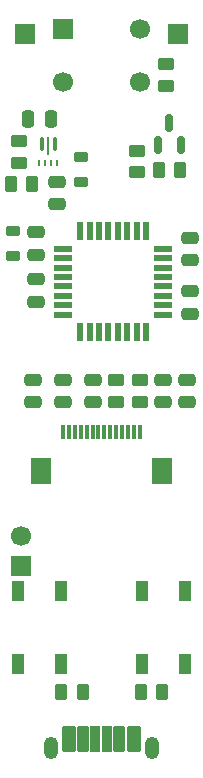
<source format=gbr>
%TF.GenerationSoftware,KiCad,Pcbnew,8.0.6*%
%TF.CreationDate,2024-12-24T16:10:54+01:00*%
%TF.ProjectId,boxmod,626f786d-6f64-42e6-9b69-6361645f7063,rev?*%
%TF.SameCoordinates,Original*%
%TF.FileFunction,Soldermask,Top*%
%TF.FilePolarity,Negative*%
%FSLAX46Y46*%
G04 Gerber Fmt 4.6, Leading zero omitted, Abs format (unit mm)*
G04 Created by KiCad (PCBNEW 8.0.6) date 2024-12-24 16:10:54*
%MOMM*%
%LPD*%
G01*
G04 APERTURE LIST*
G04 Aperture macros list*
%AMRoundRect*
0 Rectangle with rounded corners*
0 $1 Rounding radius*
0 $2 $3 $4 $5 $6 $7 $8 $9 X,Y pos of 4 corners*
0 Add a 4 corners polygon primitive as box body*
4,1,4,$2,$3,$4,$5,$6,$7,$8,$9,$2,$3,0*
0 Add four circle primitives for the rounded corners*
1,1,$1+$1,$2,$3*
1,1,$1+$1,$4,$5*
1,1,$1+$1,$6,$7*
1,1,$1+$1,$8,$9*
0 Add four rect primitives between the rounded corners*
20,1,$1+$1,$2,$3,$4,$5,0*
20,1,$1+$1,$4,$5,$6,$7,0*
20,1,$1+$1,$6,$7,$8,$9,0*
20,1,$1+$1,$8,$9,$2,$3,0*%
G04 Aperture macros list end*
%ADD10RoundRect,0.250000X0.450000X-0.262500X0.450000X0.262500X-0.450000X0.262500X-0.450000X-0.262500X0*%
%ADD11RoundRect,0.218750X0.381250X-0.218750X0.381250X0.218750X-0.381250X0.218750X-0.381250X-0.218750X0*%
%ADD12RoundRect,0.250000X-0.475000X0.250000X-0.475000X-0.250000X0.475000X-0.250000X0.475000X0.250000X0*%
%ADD13RoundRect,0.250000X0.262500X0.450000X-0.262500X0.450000X-0.262500X-0.450000X0.262500X-0.450000X0*%
%ADD14RoundRect,0.250000X-0.450000X0.262500X-0.450000X-0.262500X0.450000X-0.262500X0.450000X0.262500X0*%
%ADD15RoundRect,0.150000X0.150000X-0.587500X0.150000X0.587500X-0.150000X0.587500X-0.150000X-0.587500X0*%
%ADD16RoundRect,0.087500X-0.087500X0.487500X-0.087500X-0.487500X0.087500X-0.487500X0.087500X0.487500X0*%
%ADD17RoundRect,0.050000X-0.050000X0.675000X-0.050000X-0.675000X0.050000X-0.675000X0.050000X0.675000X0*%
%ADD18RoundRect,0.062500X-0.062500X0.162500X-0.062500X-0.162500X0.062500X-0.162500X0.062500X0.162500X0*%
%ADD19R,1.100000X1.800000*%
%ADD20R,0.300000X1.300000*%
%ADD21R,1.800000X2.200000*%
%ADD22R,1.700000X1.700000*%
%ADD23C,1.700000*%
%ADD24RoundRect,0.250000X0.475000X-0.250000X0.475000X0.250000X-0.475000X0.250000X-0.475000X-0.250000X0*%
%ADD25R,1.600000X0.550000*%
%ADD26R,0.550000X1.600000*%
%ADD27RoundRect,0.250000X-0.250000X-0.475000X0.250000X-0.475000X0.250000X0.475000X-0.250000X0.475000X0*%
%ADD28RoundRect,0.102000X-0.350000X-1.000000X0.350000X-1.000000X0.350000X1.000000X-0.350000X1.000000X0*%
%ADD29RoundRect,0.102000X-0.400000X-1.000000X0.400000X-1.000000X0.400000X1.000000X-0.400000X1.000000X0*%
%ADD30RoundRect,0.102000X-0.450000X-1.000000X0.450000X-1.000000X0.450000X1.000000X-0.450000X1.000000X0*%
%ADD31O,1.204000X1.904000*%
%ADD32RoundRect,0.218750X-0.381250X0.218750X-0.381250X-0.218750X0.381250X-0.218750X0.381250X0.218750X0*%
G04 APERTURE END LIST*
D10*
%TO.C,R8*%
X101000000Y-56912500D03*
X101000000Y-55087500D03*
%TD*%
D11*
%TO.C,L2*%
X93750000Y-65062500D03*
X93750000Y-62937500D03*
%TD*%
D12*
%TO.C,C5*%
X103000000Y-74300000D03*
X103000000Y-76200000D03*
%TD*%
D13*
%TO.C,R11*%
X89662500Y-65250000D03*
X87837500Y-65250000D03*
%TD*%
D10*
%TO.C,R3*%
X96750000Y-83662500D03*
X96750000Y-81837500D03*
%TD*%
D14*
%TO.C,R2*%
X98750000Y-81837500D03*
X98750000Y-83662500D03*
%TD*%
D15*
%TO.C,Q2*%
X100300000Y-61937500D03*
X102200000Y-61937500D03*
X101250000Y-60062500D03*
%TD*%
D13*
%TO.C,R6*%
X100662500Y-108250000D03*
X98837500Y-108250000D03*
%TD*%
D14*
%TO.C,R10*%
X88500000Y-61587500D03*
X88500000Y-63412500D03*
%TD*%
D12*
%TO.C,C13*%
X100750000Y-81800000D03*
X100750000Y-83700000D03*
%TD*%
%TO.C,C11*%
X92250000Y-81800000D03*
X92250000Y-83700000D03*
%TD*%
D16*
%TO.C,U5*%
X91550000Y-61875000D03*
D17*
X91000000Y-62025000D03*
D16*
X90450000Y-61875000D03*
D18*
X90250000Y-63475000D03*
X90750000Y-63475000D03*
X91250000Y-63475000D03*
X91750000Y-63475000D03*
%TD*%
D19*
%TO.C,SW1*%
X98900000Y-105850000D03*
X98900000Y-99650000D03*
X102600000Y-105850000D03*
X102600000Y-99650000D03*
%TD*%
D12*
%TO.C,C6*%
X90000000Y-73300000D03*
X90000000Y-75200000D03*
%TD*%
D20*
%TO.C,J4*%
X92250000Y-86250000D03*
X92750000Y-86250000D03*
X93250000Y-86250000D03*
X93750000Y-86250000D03*
X94250000Y-86250000D03*
X94750000Y-86250000D03*
X95250000Y-86250000D03*
X95750000Y-86250000D03*
X96250000Y-86250000D03*
X96750000Y-86250000D03*
X97250000Y-86250000D03*
X97750000Y-86250000D03*
X98250000Y-86250000D03*
X98750000Y-86250000D03*
D21*
X90350000Y-89500000D03*
X100650000Y-89500000D03*
%TD*%
D12*
%TO.C,C12*%
X94750000Y-81800000D03*
X94750000Y-83700000D03*
%TD*%
D22*
%TO.C,SW3*%
X92250000Y-52087500D03*
D23*
X98750000Y-52087500D03*
X92250000Y-56587500D03*
X98750000Y-56587500D03*
%TD*%
D14*
%TO.C,R12*%
X98500000Y-62400000D03*
X98500000Y-64225000D03*
%TD*%
D24*
%TO.C,C7*%
X90000000Y-71200000D03*
X90000000Y-69300000D03*
%TD*%
D25*
%TO.C,U3*%
X100750000Y-76300000D03*
X100750000Y-75500000D03*
X100750000Y-74700000D03*
X100750000Y-73900000D03*
X100750000Y-73100000D03*
X100750000Y-72300000D03*
X100750000Y-71500000D03*
X100750000Y-70700000D03*
D26*
X99300000Y-69250000D03*
X98500000Y-69250000D03*
X97700000Y-69250000D03*
X96900000Y-69250000D03*
X96100000Y-69250000D03*
X95300000Y-69250000D03*
X94500000Y-69250000D03*
X93700000Y-69250000D03*
D25*
X92250000Y-70700000D03*
X92250000Y-71500000D03*
X92250000Y-72300000D03*
X92250000Y-73100000D03*
X92250000Y-73900000D03*
X92250000Y-74700000D03*
X92250000Y-75500000D03*
X92250000Y-76300000D03*
D26*
X93700000Y-77750000D03*
X94500000Y-77750000D03*
X95300000Y-77750000D03*
X96100000Y-77750000D03*
X96900000Y-77750000D03*
X97700000Y-77750000D03*
X98500000Y-77750000D03*
X99300000Y-77750000D03*
%TD*%
D22*
%TO.C,J5*%
X89000000Y-52500000D03*
%TD*%
D12*
%TO.C,C14*%
X102750000Y-81800000D03*
X102750000Y-83700000D03*
%TD*%
D19*
%TO.C,SW2*%
X92100000Y-99650000D03*
X92100000Y-105850000D03*
X88400000Y-99650000D03*
X88400000Y-105850000D03*
%TD*%
D27*
%TO.C,C9*%
X89300000Y-59750000D03*
X91200000Y-59750000D03*
%TD*%
D28*
%TO.C,J1*%
X95000000Y-112200000D03*
D29*
X93980000Y-112200000D03*
D30*
X92750000Y-112200000D03*
D28*
X96000000Y-112200000D03*
D29*
X97020000Y-112200000D03*
D30*
X98250000Y-112200000D03*
D31*
X91230000Y-113000000D03*
X99770000Y-113000000D03*
%TD*%
D32*
%TO.C,L1*%
X88000000Y-69187500D03*
X88000000Y-71312500D03*
%TD*%
D22*
%TO.C,J6*%
X102000000Y-52500000D03*
%TD*%
D12*
%TO.C,C8*%
X91750000Y-65050000D03*
X91750000Y-66950000D03*
%TD*%
D13*
%TO.C,R13*%
X102162500Y-64062500D03*
X100337500Y-64062500D03*
%TD*%
D12*
%TO.C,C10*%
X89750000Y-81800000D03*
X89750000Y-83700000D03*
%TD*%
D24*
%TO.C,C4*%
X103000000Y-71700000D03*
X103000000Y-69800000D03*
%TD*%
D13*
%TO.C,R7*%
X93912500Y-108250000D03*
X92087500Y-108250000D03*
%TD*%
D23*
%TO.C,BT1*%
X88725000Y-95000000D03*
D22*
X88725000Y-97540000D03*
%TD*%
M02*

</source>
